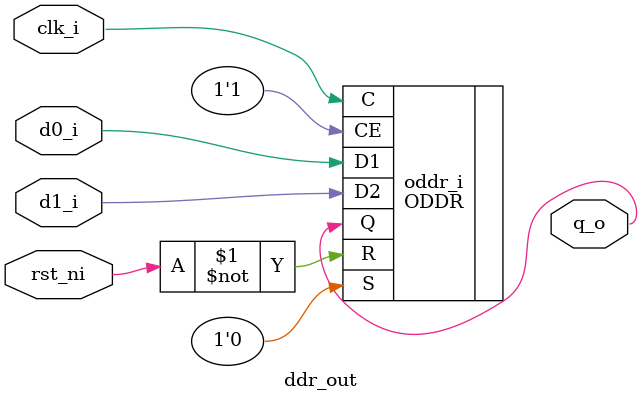
<source format=sv>
`timescale 1ns / 1ps


module ddr_out #(
    parameter logic INIT = 1'b0
)(
    input  logic clk_i,
    input  logic rst_ni,
    input  logic d0_i,
    input  logic d1_i,
    output logic q_o
);
    
    ODDR #(
        .DDR_CLK_EDGE ("SAME_EDGE"),
        .SRTYPE("ASYNC"),
        .INIT(INIT)
    ) oddr_i (
      .C  (clk_i),
      .CE (1'b1),
      .D1 (d0_i),   //data for rising
      .D2 (d1_i),   //data for fallsing
      .Q  (q_o),
      .R  (~rst_ni),
      .S  (1'b0)
    );

endmodule

</source>
